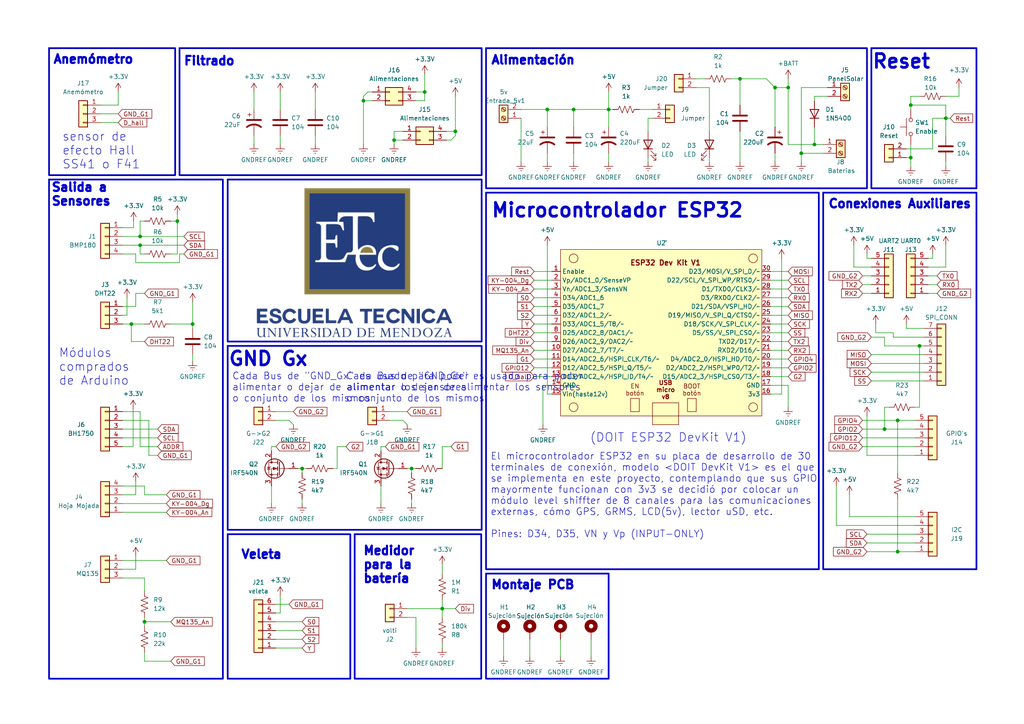
<source format=kicad_sch>
(kicad_sch (version 20231120) (generator "eeschema") (generator_version "8.0")
  (paper "A4")
  (title_block (title "Main Board EME (Estación Meteorológica Estática)") (date "2024-06-17") (rev "2.0") (company "ETec UM (Escuela Técnica de la Universidad de Mendoza).") (comment 1 "Agregado del manejo independiente de alimentaciones, según bloques de sensores.") (comment 2 "Codificador 74HC251 (no el LS ya que ese es TTL) para veleta y ahorrar pines.") (comment 3 "DOIT ESP32 DevKit V1, con regulador AMS1117 3.3 hasta 1A.") (comment 4 "Asegurar huella necesaria para el potenciometro del coomparador para el sensor SS41."))
  (junction (at 232.41 44.45))
  (junction (at 264.16 30.48))
  (junction (at 264.16 45.72))
  (junction (at 256.54 124.46))
  (junction (at 87.63 135.89))
  (junction (at 128.27 176.53))
  (junction (at 266.7 100.33))
  (junction (at 119.38 135.89))
  (junction (at 166.37 31.75))
  (junction (at 132.08 38.1))
  (junction (at 41.91 180.34))
  (junction (at 176.53 31.75))
  (junction (at 38.1 93.98))
  (junction (at 214.63 22.86))
  (junction (at 236.22 41.91))
  (junction (at 55.88 93.98))
  (junction (at 228.6 25.4))
  (junction (at 51.435 64.135))
  (junction (at 123.19 26.67))
  (junction (at 40.64 68.58))
  (junction (at 260.35 121.92))
  (junction (at 105.41 29.21))
  (junction (at 158.75 31.75))
  (junction (at 114.3 40.64))
  (junction (at 40.64 71.12))
  (junction (at 260.35 160.02))
  (junction (at 224.79 25.4))
  (junction (at 274.32 34.29))
  (wire (pts (xy 34.29 26.67) (xy 34.29 30.48)))
  (wire (pts (xy 35.56 127) (xy 45.72 127)))
  (wire (pts (xy 251.46 132.08) (xy 265.43 132.08)))
  (wire (pts (xy 80.01 185.42) (xy 87.63 185.42)))
  (wire (pts (xy 260.35 160.02) (xy 265.43 160.02)))
  (wire (pts (xy 73.66 39.37) (xy 73.66 41.91)))
  (wire (pts (xy 43.18 132.08) (xy 45.72 132.08)))
  (wire (pts (xy 129.54 40.64) (xy 130.81 40.64)))
  (wire (pts (xy 128.27 176.53) (xy 128.27 179.07)))
  (wire (pts (xy 52.07 76.2) (xy 52.07 73.66)))
  (wire (pts (xy 51.435 73.66) (xy 51.435 64.135)))
  (wire (pts (xy 114.3 38.1) (xy 116.84 38.1)))
  (wire (pts (xy 80.01 187.96) (xy 87.63 187.96)))
  (wire (pts (xy 205.74 25.4) (xy 201.93 25.4)))
  (wire (pts (xy 260.35 121.92) (xy 265.43 121.92)))
  (wire (pts (xy 41.91 64.135) (xy 40.64 64.135)))
  (wire (pts (xy 252.73 110.49) (xy 267.97 110.49)))
  (wire (pts (xy 242.57 140.97) (xy 242.57 152.4)))
  (wire (pts (xy 35.56 165.1) (xy 39.37 165.1)))
  (wire (pts (xy 40.64 68.58) (xy 53.34 68.58)))
  (wire (pts (xy 236.22 29.21) (xy 236.22 27.94)))
  (wire (pts (xy 274.32 46.99) (xy 274.32 48.26)))
  (wire (pts (xy 232.41 44.45) (xy 232.41 46.99)))
  (wire (pts (xy 160.02 99.06) (xy 154.94 99.06)))
  (wire (pts (xy 40.64 119.38) (xy 40.64 129.54)))
  (wire (pts (xy 176.53 44.45) (xy 176.53 46.99)))
  (wire (pts (xy 55.88 95.25) (xy 55.88 93.98)))
  (wire (pts (xy 118.11 176.53) (xy 128.27 176.53)))
  (wire (pts (xy 246.38 143.51) (xy 246.38 149.86)))
  (wire (pts (xy 223.52 81.28) (xy 228.6 81.28)))
  (wire (pts (xy 35.56 73.66) (xy 39.37 73.66)))
  (wire (pts (xy 250.19 124.46) (xy 256.54 124.46)))
  (wire (pts (xy 264.16 30.48) (xy 274.32 30.48)))
  (wire (pts (xy 39.37 85.09) (xy 39.37 88.9)))
  (wire (pts (xy 128.27 186.69) (xy 128.27 187.96)))
  (wire (pts (xy 41.91 73.66) (xy 40.64 73.66)))
  (wire (pts (xy 91.44 31.75) (xy 91.44 26.67)))
  (wire (pts (xy 128.27 129.54) (xy 130.81 129.54)))
  (wire (pts (xy 232.41 25.4) (xy 240.03 25.4)))
  (wire (pts (xy 262.89 95.25) (xy 267.97 95.25)))
  (wire (pts (xy 228.6 22.86) (xy 228.6 25.4)))
  (wire (pts (xy 128.27 129.54) (xy 128.27 135.89)))
  (wire (pts (xy 223.52 101.6) (xy 228.6 101.6)))
  (wire (pts (xy 105.41 27.94) (xy 106.68 26.67)))
  (wire (pts (xy 154.94 101.6) (xy 160.02 101.6)))
  (wire (pts (xy 154.94 106.68) (xy 160.02 106.68)))
  (wire (pts (xy 259.08 96.52) (xy 259.08 97.79)))
  (wire (pts (xy 157.48 111.76) (xy 157.48 123.19)))
  (wire (pts (xy 224.79 25.4) (xy 224.79 36.83)))
  (wire (pts (xy 35.56 162.56) (xy 48.26 162.56)))
  (wire (pts (xy 176.53 36.83) (xy 176.53 31.75)))
  (wire (pts (xy 80.01 180.34) (xy 87.63 180.34)))
  (wire (pts (xy 223.52 93.98) (xy 228.6 93.98)))
  (wire (pts (xy 274.32 27.94) (xy 278.13 27.94)))
  (wire (pts (xy 158.75 44.45) (xy 158.75 46.99)))
  (wire (pts (xy 40.64 64.135) (xy 40.64 68.58)))
  (wire (pts (xy 119.38 135.89) (xy 120.65 135.89)))
  (wire (pts (xy 250.19 121.92) (xy 260.35 121.92)))
  (wire (pts (xy 129.54 38.1) (xy 132.08 38.1)))
  (wire (pts (xy 176.53 31.75) (xy 177.8 31.75)))
  (wire (pts (xy 128.27 176.53) (xy 132.08 176.53)))
  (wire (pts (xy 223.52 88.9) (xy 228.6 88.9)))
  (wire (pts (xy 113.03 119.38) (xy 118.11 119.38)))
  (wire (pts (xy 154.94 81.28) (xy 160.02 81.28)))
  (wire (pts (xy 212.09 22.86) (xy 214.63 22.86)))
  (wire (pts (xy 111.76 129.54) (xy 110.49 129.54)))
  (wire (pts (xy 81.28 39.37) (xy 81.28 41.91)))
  (wire (pts (xy 228.6 41.91) (xy 236.22 41.91)))
  (wire (pts (xy 189.23 34.29) (xy 187.96 34.29)))
  (wire (pts (xy 223.52 78.74) (xy 228.6 78.74)))
  (wire (pts (xy 39.37 76.2) (xy 52.07 76.2)))
  (wire (pts (xy 41.91 191.77) (xy 49.53 191.77)))
  (wire (pts (xy 116.84 121.92) (xy 118.11 123.19)))
  (wire (pts (xy 224.79 25.4) (xy 228.6 25.4)))
  (wire (pts (xy 153.67 185.42) (xy 153.67 190.5)))
  (wire (pts (xy 29.21 35.56) (xy 34.29 35.56)))
  (wire (pts (xy 80.01 119.38) (xy 85.09 119.38)))
  (wire (pts (xy 185.42 31.75) (xy 189.23 31.75)))
  (wire (pts (xy 151.13 34.29) (xy 151.13 46.99)))
  (wire (pts (xy 223.52 109.22) (xy 228.6 109.22)))
  (wire (pts (xy 232.41 44.45) (xy 238.76 44.45)))
  (wire (pts (xy 176.53 26.67) (xy 176.53 31.75)))
  (wire (pts (xy 132.08 38.1) (xy 132.08 39.37)))
  (wire (pts (xy 252.73 102.87) (xy 267.97 102.87)))
  (wire (pts (xy 41.91 180.34) (xy 49.53 180.34)))
  (wire (pts (xy 223.52 106.68) (xy 228.6 106.68)))
  (wire (pts (xy 119.38 135.89) (xy 119.38 137.16)))
  (wire (pts (xy 81.28 172.72) (xy 81.28 177.8)))
  (wire (pts (xy 160.02 91.44) (xy 154.94 91.44)))
  (wire (pts (xy 214.63 38.1) (xy 214.63 46.99)))
  (wire (pts (xy 118.11 135.89) (xy 119.38 135.89)))
  (wire (pts (xy 171.45 185.42) (xy 171.45 190.5)))
  (wire (pts (xy 232.41 25.4) (xy 232.41 44.45)))
  (wire (pts (xy 262.89 93.98) (xy 262.89 95.25)))
  (wire (pts (xy 157.48 111.76) (xy 160.02 111.76)))
  (wire (pts (xy 35.56 68.58) (xy 40.64 68.58)))
  (wire (pts (xy 83.82 175.26) (xy 80.01 175.26)))
  (wire (pts (xy 251.46 154.94) (xy 265.43 154.94)))
  (wire (pts (xy 87.63 135.89) (xy 87.63 137.16)))
  (wire (pts (xy 187.96 45.72) (xy 187.96 46.99)))
  (wire (pts (xy 205.74 45.72) (xy 205.74 46.99)))
  (wire (pts (xy 228.6 111.76) (xy 228.6 118.11)))
  (wire (pts (xy 264.16 27.94) (xy 264.16 30.48)))
  (wire (pts (xy 166.37 44.45) (xy 166.37 46.99)))
  (wire (pts (xy 160.02 96.52) (xy 154.94 96.52)))
  (wire (pts (xy 264.16 45.72) (xy 262.89 45.72)))
  (wire (pts (xy 250.19 127) (xy 265.43 127)))
  (wire (pts (xy 226.695 114.3) (xy 223.52 114.3)))
  (wire (pts (xy 271.78 85.09) (xy 269.24 85.09)))
  (wire (pts (xy 274.32 77.47) (xy 269.24 77.47)))
  (wire (pts (xy 35.56 121.92) (xy 43.18 121.92)))
  (wire (pts (xy 35.56 146.05) (xy 48.26 146.05)))
  (wire (pts (xy 34.29 30.48) (xy 29.21 30.48)))
  (wire (pts (xy 265.43 118.11) (xy 266.7 118.11)))
  (wire (pts (xy 38.1 93.98) (xy 41.91 93.98)))
  (wire (pts (xy 176.53 31.75) (xy 166.37 31.75)))
  (wire (pts (xy 158.75 36.83) (xy 158.75 31.75)))
  (wire (pts (xy 91.44 39.37) (xy 91.44 41.91)))
  (wire (pts (xy 40.64 71.12) (xy 53.34 71.12)))
  (wire (pts (xy 223.52 96.52) (xy 228.6 96.52)))
  (wire (pts (xy 120.65 29.21) (xy 123.19 29.21)))
  (wire (pts (xy 278.13 25.4) (xy 278.13 27.94)))
  (wire (pts (xy 52.07 73.66) (xy 53.34 73.66)))
  (wire (pts (xy 41.91 180.34) (xy 41.91 181.61)))
  (wire (pts (xy 40.64 73.66) (xy 40.64 71.12)))
  (wire (pts (xy 246.38 149.86) (xy 265.43 149.86)))
  (wire (pts (xy 35.56 124.46) (xy 45.72 124.46)))
  (wire (pts (xy 39.37 85.09) (xy 41.91 85.09)))
  (wire (pts (xy 201.93 22.86) (xy 204.47 22.86)))
  (wire (pts (xy 80.01 177.8) (xy 81.28 177.8)))
  (wire (pts (xy 223.52 91.44) (xy 228.6 91.44)))
  (wire (pts (xy 41.91 143.51) (xy 48.26 143.51)))
  (wire (pts (xy 78.74 129.54) (xy 78.74 130.81)))
  (wire (pts (xy 49.53 93.98) (xy 55.88 93.98)))
  (wire (pts (xy 132.08 39.37) (xy 130.81 40.64)))
  (wire (pts (xy 114.3 40.64) (xy 116.84 40.64)))
  (wire (pts (xy 228.6 25.4) (xy 228.6 41.91)))
  (wire (pts (xy 266.7 100.33) (xy 266.7 118.11)))
  (wire (pts (xy 260.35 121.92) (xy 260.35 137.16)))
  (wire (pts (xy 41.91 167.64) (xy 41.91 171.45)))
  (wire (pts (xy 43.18 121.92) (xy 43.18 132.08)))
  (wire (pts (xy 80.01 182.88) (xy 87.63 182.88)))
  (wire (pts (xy 250.19 85.09) (xy 252.73 85.09)))
  (wire (pts (xy 154.94 88.9) (xy 160.02 88.9)))
  (wire (pts (xy 251.46 73.66) (xy 251.46 74.93)))
  (wire (pts (xy 154.94 104.14) (xy 160.02 104.14)))
  (wire (pts (xy 38.735 64.135) (xy 38.735 66.04)))
  (wire (pts (xy 223.52 83.82) (xy 228.6 83.82)))
  (wire (pts (xy 154.94 78.74) (xy 160.02 78.74)))
  (wire (pts (xy 260.35 144.78) (xy 260.35 160.02)))
  (wire (pts (xy 105.41 29.21) (xy 105.41 27.94)))
  (wire (pts (xy 35.56 140.97) (xy 41.91 140.97)))
  (wire (pts (xy 35.56 93.98) (xy 38.1 93.98)))
  (wire (pts (xy 97.79 135.89) (xy 96.52 135.89)))
  (wire (pts (xy 270.51 43.18) (xy 270.51 34.29)))
  (wire (pts (xy 247.65 77.47) (xy 252.73 77.47)))
  (wire (pts (xy 274.32 30.48) (xy 274.32 34.29)))
  (wire (pts (xy 256.54 124.46) (xy 265.43 124.46)))
  (wire (pts (xy 105.41 29.21) (xy 105.41 41.91)))
  (wire (pts (xy 35.56 71.12) (xy 40.64 71.12)))
  (wire (pts (xy 250.19 82.55) (xy 252.73 82.55)))
  (wire (pts (xy 55.88 87.63) (xy 55.88 93.98)))
  (wire (pts (xy 123.19 26.67) (xy 123.19 29.21)))
  (wire (pts (xy 274.32 71.12) (xy 274.32 77.47)))
  (wire (pts (xy 35.56 119.38) (xy 40.64 119.38)))
  (wire (pts (xy 35.56 88.9) (xy 39.37 88.9)))
  (wire (pts (xy 264.16 31.75) (xy 264.16 30.48)))
  (wire (pts (xy 123.19 21.59) (xy 123.19 26.67)))
  (wire (pts (xy 41.91 99.06) (xy 38.1 99.06)))
  (wire (pts (xy 154.94 83.82) (xy 160.02 83.82)))
  (wire (pts (xy 110.49 140.97) (xy 110.49 146.05)))
  (wire (pts (xy 97.79 129.54) (xy 97.79 135.89)))
  (wire (pts (xy 35.56 167.64) (xy 41.91 167.64)))
  (wire (pts (xy 214.63 22.86) (xy 222.25 22.86)))
  (wire (pts (xy 187.96 34.29) (xy 187.96 38.1)))
  (wire (pts (xy 262.89 43.18) (xy 270.51 43.18)))
  (wire (pts (xy 49.53 73.66) (xy 51.435 73.66)))
  (wire (pts (xy 270.51 34.29) (xy 274.32 34.29)))
  (wire (pts (xy 36.83 86.36) (xy 36.83 91.44)))
  (wire (pts (xy 83.82 121.92) (xy 85.09 123.19)))
  (wire (pts (xy 223.52 86.36) (xy 228.6 86.36)))
  (wire (pts (xy 38.608 118.618) (xy 38.608 129.54)))
  (wire (pts (xy 132.08 27.94) (xy 132.08 38.1)))
  (wire (pts (xy 205.74 25.4) (xy 205.74 38.1)))
  (wire (pts (xy 80.01 121.92) (xy 83.82 121.92)))
  (wire (pts (xy 114.3 38.1) (xy 114.3 40.64)))
  (wire (pts (xy 154.94 86.36) (xy 160.02 86.36)))
  (wire (pts (xy 223.52 99.06) (xy 228.6 99.06)))
  (wire (pts (xy 86.36 135.89) (xy 87.63 135.89)))
  (wire (pts (xy 120.65 179.07) (xy 120.65 187.96)))
  (wire (pts (xy 162.56 185.42) (xy 162.56 190.5)))
  (wire (pts (xy 228.6 111.76) (xy 223.52 111.76)))
  (wire (pts (xy 256.54 100.33) (xy 266.7 100.33)))
  (wire (pts (xy 251.46 157.48) (xy 265.43 157.48)))
  (wire (pts (xy 252.73 97.79) (xy 256.54 97.79)))
  (wire (pts (xy 166.37 31.75) (xy 166.37 36.83)))
  (wire (pts (xy 271.78 80.01) (xy 269.24 80.01)))
  (wire (pts (xy 160.02 93.98) (xy 154.94 93.98)))
  (wire (pts (xy 270.51 73.66) (xy 270.51 74.93)))
  (wire (pts (xy 158.75 114.3) (xy 160.02 114.3)))
  (wire (pts (xy 271.78 82.55) (xy 269.24 82.55)))
  (wire (pts (xy 236.22 27.94) (xy 240.03 27.94)))
  (wire (pts (xy 100.33 129.54) (xy 97.79 129.54)))
  (wire (pts (xy 35.56 129.54) (xy 38.608 129.54)))
  (wire (pts (xy 151.13 31.75) (xy 158.75 31.75)))
  (wire (pts (xy 114.3 40.64) (xy 114.3 41.91)))
  (wire (pts (xy 256.54 97.79) (xy 256.54 100.33)))
  (wire (pts (xy 226.695 74.93) (xy 226.695 114.3)))
  (wire (pts (xy 35.56 148.59) (xy 48.26 148.59)))
  (wire (pts (xy 264.16 41.91) (xy 264.16 45.72)))
  (wire (pts (xy 266.7 100.33) (xy 267.97 100.33)))
  (wire (pts (xy 39.37 73.66) (xy 39.37 76.2)))
  (wire (pts (xy 41.91 179.07) (xy 41.91 180.34)))
  (wire (pts (xy 105.41 29.21) (xy 107.95 29.21)))
  (wire (pts (xy 118.11 179.07) (xy 120.65 179.07)))
  (wire (pts (xy 41.91 189.23) (xy 41.91 191.77)))
  (wire (pts (xy 78.74 140.97) (xy 78.74 146.05)))
  (wire (pts (xy 38.735 66.04) (xy 35.56 66.04)))
  (wire (pts (xy 128.27 163.83) (xy 128.27 166.37)))
  (wire (pts (xy 39.37 139.7) (xy 39.37 143.51)))
  (wire (pts (xy 55.88 102.87) (xy 55.88 104.775)))
  (wire (pts (xy 250.19 129.54) (xy 265.43 129.54)))
  (wire (pts (xy 257.81 118.11) (xy 256.54 118.11)))
  (wire (pts (xy 254 96.52) (xy 259.08 96.52)))
  (wire (pts (xy 264.16 45.72) (xy 264.16 48.26)))
  (wire (pts (xy 110.49 129.54) (xy 110.49 130.81)))
  (wire (pts (xy 236.22 41.91) (xy 238.76 41.91)))
  (wire (pts (xy 242.57 152.4) (xy 265.43 152.4)))
  (wire (pts (xy 80.01 129.54) (xy 78.74 129.54)))
  (wire (pts (xy 35.56 143.51) (xy 39.37 143.51)))
  (wire (pts (xy 247.65 71.12) (xy 247.65 77.47)))
  (wire (pts (xy 38.1 93.98) (xy 38.1 99.06)))
  (wire (pts (xy 251.46 120.65) (xy 251.46 132.08)))
  (wire (pts (xy 252.73 107.95) (xy 267.97 107.95)))
  (wire (pts (xy 259.08 97.79) (xy 267.97 97.79)))
  (wire (pts (xy 270.51 74.93) (xy 269.24 74.93)))
  (wire (pts (xy 224.79 44.45) (xy 224.79 46.99)))
  (wire (pts (xy 251.46 74.93) (xy 252.73 74.93)))
  (wire (pts (xy 113.03 121.92) (xy 116.84 121.92)))
  (wire (pts (xy 252.73 105.41) (xy 267.97 105.41)))
  (wire (pts (xy 36.83 91.44) (xy 35.56 91.44)))
  (wire (pts (xy 146.05 185.42) (xy 146.05 190.5)))
  (wire (pts (xy 128.27 173.99) (xy 128.27 176.53)))
  (wire (pts (xy 223.52 104.14) (xy 228.6 104.14)))
  (wire (pts (xy 29.21 33.02) (xy 34.29 33.02)))
  (wire (pts (xy 39.37 161.29) (xy 39.37 165.1)))
  (wire (pts (xy 73.66 31.75) (xy 73.66 26.67)))
  (wire (pts (xy 119.38 144.78) (xy 119.38 146.05)))
  (wire (pts (xy 158.75 31.75) (xy 166.37 31.75)))
  (wire (pts (xy 158.75 71.12) (xy 158.75 114.3)))
  (wire (pts (xy 81.28 31.75) (xy 81.28 26.67)))
  (wire (pts (xy 254 93.98) (xy 254 96.52)))
  (wire (pts (xy 274.32 34.29) (xy 275.59 34.29)))
  (wire (pts (xy 256.54 118.11) (xy 256.54 124.46)))
  (wire (pts (xy 266.7 27.94) (xy 264.16 27.94)))
  (wire (pts (xy 214.63 22.86) (xy 214.63 30.48)))
  (wire (pts (xy 154.94 109.22) (xy 160.02 109.22)))
  (wire (pts (xy 41.91 140.97) (xy 41.91 143.51)))
  (wire (pts (xy 87.63 135.89) (xy 88.9 135.89)))
  (wire (pts (xy 40.64 129.54) (xy 45.72 129.54)))
  (wire (pts (xy 49.53 64.135) (xy 51.435 64.135)))
  (wire (pts (xy 236.22 36.83) (xy 236.22 41.91)))
  (wire (pts (xy 120.65 26.67) (xy 123.19 26.67)))
  (wire (pts (xy 87.63 144.78) (xy 87.63 146.05)))
  (wire (pts (xy 250.19 80.01) (xy 252.73 80.01)))
  (wire (pts (xy 51.435 62.23) (xy 51.435 64.135)))
  (wire (pts (xy 251.46 160.02) (xy 260.35 160.02)))
  (wire (pts (xy 106.68 26.67) (xy 107.95 26.67)))
  (wire (pts (xy 222.25 22.86) (xy 224.79 25.4)))
  (wire (pts (xy 274.32 34.29) (xy 274.32 39.37)))
  (rectangle (start 66.04 100.33) (end 139.7 153.67) (stroke (width 0.5)))
  (rectangle (start 14.224 52.07) (end 64.643 196.85) (stroke (width 0.5)))
  (rectangle (start 14.224 13.97) (end 50.8 50.8) (stroke (width 0.5)))
  (rectangle (start 140.97 166.37) (end 176.53 196.85) (stroke (width 0.5)))
  (rectangle (start 238.76 55.88) (end 283.21 165.1) (stroke (width 0.5)))
  (rectangle (start 252.73 13.97) (end 283.21 54.61) (stroke (width 0.5)))
  (rectangle (start 52.07 13.97) (end 139.7 50.8) (stroke (width 0.5)))
  (rectangle (start 140.97 13.97) (end 251.46 54.61) (stroke (width 0.5)))
  (rectangle (start 66.04 52.07) (end 139.7 99.06) (stroke (width 0.5)))
  (rectangle (start 140.97 55.88) (end 237.49 165.1) (stroke (width 0.5)))
  (rectangle (start 66.04 154.94) (end 101.6 196.85) (stroke (width 0.5)))
  (rectangle (start 102.87 154.94) (end 139.573 196.85) (stroke (width 0.5)))
  (image (at 102.87 76.2) (scale 0.373706))
  (text "Cada Bus de \"GND_Gx\" es usado para poder \nalimentar o dejar de alimentar los sensores \no conjunto de los mismos\n" (at 100.33 116.84 0) (effects (font (size 2 2)) (justify left bottom)))
  (text "Salida a\nSensores\n\n" (at 14.732 64.008 0) (effects (font (size 2.5 2.5) (thickness 0.8) (bold yes)) (justify left bottom)))
  (text "GND Gx\n\n" (at 66.04 113.03 0) (effects (font (size 4 4) (thickness 0.8) (bold yes)) (justify left bottom)))
  (text "Anemómetro\n\n" (at 15.24 22.86 0) (effects (font (size 2.5 2.5) (thickness 0.8) (bold yes)) (justify left bottom)))
  (text "Cada Bus de \"GND_Gx\" es usado para poder \nalimentar o dejar de alimentar los sensores \no conjunto de los mismos\n" (at 67.31 116.84 0) (effects (font (size 2 2)) (justify left bottom)))
  (text "sensor de\nefecto Hall\nSS41 o F41\n" (at 18.034 49.276 0) (effects (font (size 2.5 2.5)) (justify left bottom)))
  (text "El microcontrolador ESP32 en su placa de desarrollo de 30\nterminales de conexión, modelo <DOIT DevKit V1> es el que\nse implementa en este proyecto, contemplando que sus GPIO\nmayormente funcionan con 3v3 se decidió por colocar un \nmódulo level shiffter de 8 canales para las comunicaciones\nexternas, cómo GPS, GRMS, LCD(5v), lector uSD, etc.\n\nPines: D34, D35, VN y Vp (INPUT-ONLY)" (at 142.24 156.21 0) (effects (font (size 2 2)) (justify left bottom)))
  (text "Microcontrolador ESP32\n" (at 142.24 63.5 0) (effects (font (size 4 4) (thickness 0.8) (bold yes)) (justify left bottom)))
  (text "Medidor\npara la\nbatería\n" (at 105.156 169.418 0) (effects (font (size 2.5 2.5) (thickness 0.8) (bold yes)) (justify left bottom)))
  (text "Veleta\n" (at 69.723 162.433 0) (effects (font (size 2.5 2.5) (thickness 0.8) (bold yes)) (justify left bottom)))
  (text "Módulos\ncomprados\nde Arduino\n" (at 17.018 112.014 0) (effects (font (size 2.5 2.5)) (justify left bottom)))
  (text "Reset\n" (at 252.73 20.32 0) (effects (font (size 4 4) (thickness 0.8) (bold yes)) (justify left bottom)))
  (text "Alimentación" (at 142.24 19.05 0) (effects (font (size 2.5 2.5) (thickness 0.8) (bold yes)) (justify left bottom)))
  (text "Montaje PCB\n\n" (at 142.24 175.26 0) (effects (font (size 2.5 2.5) (thickness 0.8) (bold yes)) (justify left bottom)))
  (text "Filtrado" (at 53.086 19.304 0) (effects (font (size 2.5 2.5) (thickness 0.8) (bold yes)) (justify left bottom)))
  (text "(DOIT ESP32 DevKit V1)" (at 171.069 128.524 0) (effects (font (size 2.5 2.5)) (justify left bottom)))
  (text "Conexiones Auxiliares\n\n" (at 240.03 64.77 0) (effects (font (size 2.5 2.5) (thickness 0.8) (bold yes)) (justify left bottom)))
  (global_label "SCL" (shape input) (at 45.72 127 0) (property "Intersheetrefs" "${INTERSHEET_REFS}" (effects (hide yes))))
  (global_label "GND_G1" (shape input) (at 45.72 132.08 0) (property "Intersheetrefs" "${INTERSHEET_REFS}" (effects (hide yes))))
  (global_label "SCL" (shape input) (at 53.34 68.58 0) (property "Intersheetrefs" "${INTERSHEET_REFS}" (effects (hide yes))))
  (global_label "MQ135_An" (shape input) (at 154.94 101.6 180) (property "Intersheetrefs" "${INTERSHEET_REFS}" (effects (hide yes))))
  (global_label "Rest" (shape input) (at 275.59 34.29 0) (property "Intersheetrefs" "${INTERSHEET_REFS}" (effects (hide yes))))
  (global_label "SDA" (shape input) (at 228.6 88.9 0) (property "Intersheetrefs" "${INTERSHEET_REFS}" (effects (hide yes))))
  (global_label "Y" (shape input) (at 87.63 187.96 0) (property "Intersheetrefs" "${INTERSHEET_REFS}" (effects (hide yes))))
  (global_label "GND_G1" (shape input) (at 34.29 33.02 0) (property "Intersheetrefs" "${INTERSHEET_REFS}" (effects (hide yes))))
  (global_label "S2" (shape input) (at 87.63 185.42 0) (property "Intersheetrefs" "${INTERSHEET_REFS}" (effects (hide yes))))
  (global_label "GND_G1" (shape input) (at 53.34 73.66 0) (property "Intersheetrefs" "${INTERSHEET_REFS}" (effects (hide yes))))
  (global_label "MISO" (shape input) (at 252.73 102.87 180) (property "Intersheetrefs" "${INTERSHEET_REFS}" (effects (hide yes))))
  (global_label "DHT22" (shape input) (at 41.91 99.06 0) (property "Intersheetrefs" "${INTERSHEET_REFS}" (effects (hide yes))))
  (global_label "SCK" (shape input) (at 252.73 107.95 180) (property "Intersheetrefs" "${INTERSHEET_REFS}" (effects (hide yes))))
  (global_label "MOSI" (shape input) (at 252.73 105.41 180) (property "Intersheetrefs" "${INTERSHEET_REFS}" (effects (hide yes))))
  (global_label "GND_G1" (shape input) (at 48.26 143.51 0) (property "Intersheetrefs" "${INTERSHEET_REFS}" (effects (hide yes))))
  (global_label "SCL" (shape input) (at 228.6 81.28 0) (property "Intersheetrefs" "${INTERSHEET_REFS}" (effects (hide yes))))
  (global_label "RX0" (shape input) (at 271.78 82.55 0) (property "Intersheetrefs" "${INTERSHEET_REFS}" (effects (hide yes))))
  (global_label "D_hall" (shape input) (at 34.29 35.56 0) (property "Intersheetrefs" "${INTERSHEET_REFS}" (effects (hide yes))))
  (global_label "GND_G1" (shape input) (at 41.91 85.09 0) (property "Intersheetrefs" "${INTERSHEET_REFS}" (effects (hide yes))))
  (global_label "SDA" (shape input) (at 45.72 124.46 0) (property "Intersheetrefs" "${INTERSHEET_REFS}" (effects (hide yes))))
  (global_label "G2" (shape input) (at 100.33 129.54 0) (property "Intersheetrefs" "${INTERSHEET_REFS}" (effects (hide yes))))
  (global_label "Y" (shape input) (at 154.94 93.98 180) (property "Intersheetrefs" "${INTERSHEET_REFS}" (effects (hide yes))))
  (global_label "GND_G2" (shape input) (at 80.01 129.54 0) (property "Intersheetrefs" "${INTERSHEET_REFS}" (effects (hide yes))))
  (global_label "D_hall" (shape input) (at 154.94 109.22 180) (property "Intersheetrefs" "${INTERSHEET_REFS}" (effects (hide yes))))
  (global_label "GND_G1" (shape input) (at 49.53 191.77 0) (property "Intersheetrefs" "${INTERSHEET_REFS}" (effects (hide yes))))
  (global_label "G1" (shape input) (at 130.81 129.54 0) (property "Intersheetrefs" "${INTERSHEET_REFS}" (effects (hide yes))))
  (global_label "Div" (shape input) (at 154.94 99.06 180) (property "Intersheetrefs" "${INTERSHEET_REFS}" (effects (hide yes))))
  (global_label "GPIO2" (shape input) (at 228.6 106.68 0) (property "Intersheetrefs" "${INTERSHEET_REFS}" (effects (hide yes))))
  (global_label "GND_G2" (shape input) (at 251.46 160.02 180) (property "Intersheetrefs" "${INTERSHEET_REFS}" (effects (hide yes))))
  (global_label "S1" (shape input) (at 87.63 182.88 0) (property "Intersheetrefs" "${INTERSHEET_REFS}" (effects (hide yes))))
  (global_label "GND_G1" (shape input) (at 83.82 175.26 0) (property "Intersheetrefs" "${INTERSHEET_REFS}" (effects (hide yes))))
  (global_label "RX2" (shape input) (at 228.6 101.6 0) (property "Intersheetrefs" "${INTERSHEET_REFS}" (effects (hide yes))))
  (global_label "MOSI" (shape input) (at 228.6 78.74 0) (property "Intersheetrefs" "${INTERSHEET_REFS}" (effects (hide yes))))
  (global_label "SS" (shape input) (at 252.73 110.49 180) (property "Intersheetrefs" "${INTERSHEET_REFS}" (effects (hide yes))))
  (global_label "RX0" (shape input) (at 228.6 86.36 0) (property "Intersheetrefs" "${INTERSHEET_REFS}" (effects (hide yes))))
  (global_label "Rest" (shape input) (at 154.94 78.74 180) (property "Intersheetrefs" "${INTERSHEET_REFS}" (effects (hide yes))))
  (global_label "GPIO12" (shape input) (at 250.19 127 180) (property "Intersheetrefs" "${INTERSHEET_REFS}" (effects (hide yes))))
  (global_label "G1" (shape input) (at 154.94 104.14 180) (property "Intersheetrefs" "${INTERSHEET_REFS}" (effects (hide yes))))
  (global_label "MQ135_An" (shape input) (at 49.53 180.34 0) (property "Intersheetrefs" "${INTERSHEET_REFS}" (effects (hide yes))))
  (global_label "S0" (shape input) (at 87.63 180.34 0) (property "Intersheetrefs" "${INTERSHEET_REFS}" (effects (hide yes))))
  (global_label "KY-004_An" (shape input) (at 154.94 83.82 180) (property "Intersheetrefs" "${INTERSHEET_REFS}" (effects (hide yes))))
  (global_label "MISO" (shape input) (at 228.6 91.44 0) (property "Intersheetrefs" "${INTERSHEET_REFS}" (effects (hide yes))))
  (global_label "TX2" (shape input) (at 250.19 82.55 180) (property "Intersheetrefs" "${INTERSHEET_REFS}" (effects (hide yes))))
  (global_label "TX0" (shape input) (at 271.78 80.01 0) (property "Intersheetrefs" "${INTERSHEET_REFS}" (effects (hide yes))))
  (global_label "GPIO4" (shape input) (at 228.6 104.14 0) (property "Intersheetrefs" "${INTERSHEET_REFS}" (effects (hide yes))))
  (global_label "GPIO12" (shape input) (at 154.94 106.68 180) (property "Intersheetrefs" "${INTERSHEET_REFS}" (effects (hide yes))))
  (global_label "G2" (shape input) (at 228.6 109.22 0) (property "Intersheetrefs" "${INTERSHEET_REFS}" (effects (hide yes))))
  (global_label "GND_G2" (shape input) (at 252.73 97.79 180) (property "Intersheetrefs" "${INTERSHEET_REFS}" (effects (hide yes))))
  (global_label "GND_G1" (shape input) (at 48.26 162.56 0) (property "Intersheetrefs" "${INTERSHEET_REFS}" (effects (hide yes))))
  (global_label "ADDR" (shape input) (at 45.72 129.54 0) (property "Intersheetrefs" "${INTERSHEET_REFS}" (effects (hide yes))))
  (global_label "GND_G2" (shape input) (at 85.09 119.38 0) (property "Intersheetrefs" "${INTERSHEET_REFS}" (effects (hide yes))))
  (global_label "GPIO4" (shape input) (at 250.19 121.92 180) (property "Intersheetrefs" "${INTERSHEET_REFS}" (effects (hide yes))))
  (global_label "GND_G1" (shape input) (at 111.76 129.54 0) (property "Intersheetrefs" "${INTERSHEET_REFS}" (effects (hide yes))))
  (global_label "GND_G2" (shape input) (at 271.78 85.09 0) (property "Intersheetrefs" "${INTERSHEET_REFS}" (effects (hide yes))))
  (global_label "GPIO2" (shape input) (at 250.19 124.46 180) (property "Intersheetrefs" "${INTERSHEET_REFS}" (effects (hide yes))))
  (global_label "RX2" (shape input) (at 250.19 85.09 180) (property "Intersheetrefs" "${INTERSHEET_REFS}" (effects (hide yes))))
  (global_label "GND_G1" (shape input) (at 118.11 119.38 0) (property "Intersheetrefs" "${INTERSHEET_REFS}" (effects (hide yes))))
  (global_label "SS" (shape input) (at 228.6 96.52 0) (property "Intersheetrefs" "${INTERSHEET_REFS}" (effects (hide yes))))
  (global_label "SDA" (shape input) (at 53.34 71.12 0) (property "Intersheetrefs" "${INTERSHEET_REFS}" (effects (hide yes))))
  (global_label "KY-004_Dg" (shape input) (at 48.26 146.05 0) (property "Intersheetrefs" "${INTERSHEET_REFS}" (effects (hide yes))))
  (global_label "SCL" (shape input) (at 251.46 154.94 180) (property "Intersheetrefs" "${INTERSHEET_REFS}" (effects (hide yes))))
  (global_label "TX0" (shape input) (at 228.6 83.82 0) (property "Intersheetrefs" "${INTERSHEET_REFS}" (effects (hide yes))))
  (global_label "S2" (shape input) (at 154.94 91.44 180) (property "Intersheetrefs" "${INTERSHEET_REFS}" (effects (hide yes))))
  (global_label "TX2" (shape input) (at 228.6 99.06 0) (property "Intersheetrefs" "${INTERSHEET_REFS}" (effects (hide yes))))
  (global_label "GND_G2" (shape input) (at 250.19 80.01 180) (property "Intersheetrefs" "${INTERSHEET_REFS}" (effects (hide yes))))
  (global_label "KY-004_An" (shape input) (at 48.26 148.59 0) (property "Intersheetrefs" "${INTERSHEET_REFS}" (effects (hide yes))))
  (global_label "GND_G2" (shape input) (at 250.19 129.54 180) (property "Intersheetrefs" "${INTERSHEET_REFS}" (effects (hide yes))))
  (global_label "SCK" (shape input) (at 228.6 93.98 0) (property "Intersheetrefs" "${INTERSHEET_REFS}" (effects (hide yes))))
  (global_label "S1" (shape input) (at 154.94 88.9 180) (property "Intersheetrefs" "${INTERSHEET_REFS}" (effects (hide yes))))
  (global_label "S0" (shape input) (at 154.94 86.36 180) (property "Intersheetrefs" "${INTERSHEET_REFS}" (effects (hide yes))))
  (global_label "Div" (shape input) (at 132.08 176.53 0) (property "Intersheetrefs" "${INTERSHEET_REFS}" (effects (hide yes))))
  (global_label "SDA" (shape input) (at 251.46 157.48 180) (property "Intersheetrefs" "${INTERSHEET_REFS}" (effects (hide yes))))
  (global_label "DHT22" (shape input) (at 154.94 96.52 180) (property "Intersheetrefs" "${INTERSHEET_REFS}" (effects (hide yes))))
  (global_label "KY-004_Dg" (shape input) (at 154.94 81.28 180) (property "Intersheetrefs" "${INTERSHEET_REFS}" (effects (hide yes))))
  (symbol (lib_id "Connector_Generic:Conn_01x04") (at 30.48 146.05 180) (unit 1)
    (property "Reference" "J4" (at 22.86 144.145 0))
    (property "Value" "Hoja Mojada" (at 22.86 146.685 0))
    (property "Footprint" "Connector_PinHeader_2.54mm:PinHeader_1x04_P2.54mm_Vertical" (effects (hide yes)))
  )
  (symbol (lib_id "Transistor_FET:IRF540N") (at 113.03 135.89 0) (mirror y) (unit 1)
    (property "Reference" "Q1" (at 106.68 134.62 0) (effects (justify left)))
    (property "Value" "IRF540N" (at 106.68 137.16 0) (effects (justify left)))
    (property "Footprint" "Package_TO_SOT_THT:TO-220-3_Vertical" (effects (hide yes)))
    (property "Datasheet" "http://www.irf.com/product-info/datasheets/data/irf540n.pdf" (effects (hide yes)))
  )
  (symbol (lib_id "Connector_Generic:Conn_01x07") (at 273.05 102.87 0) (mirror x) (unit 1)
    (property "Reference" "J12" (at 273.05 89.535 0))
    (property "Value" "SPI_CONN" (at 273.05 92.075 0))
    (property "Footprint" "Connector_PinHeader_2.54mm:PinHeader_1x07_P2.54mm_Vertical" (effects (hide yes)))
  )
  (symbol (lib_id "power:GNDREF") (at 105.41 41.91 0) (mirror y) (unit 1)
    (property "Reference" "#PWR042" (effects (hide yes)))
    (property "Value" "GNDREF" (at 105.41 46.355 0))
  )
  (symbol (lib_id "power:GNDREF") (at 153.67 190.5 0) (unit 1)
    (property "Reference" "#PWR060" (effects (hide yes)))
    (property "Value" "GNDREF" (at 153.67 194.945 0))
  )
  (symbol (lib_id "power:GNDREF") (at 151.13 46.99 0) (unit 1)
    (property "Reference" "#PWR08" (effects (hide yes)))
    (property "Value" "GNDREF" (at 151.13 51.435 0))
  )
  (symbol (lib_id "power:+5V") (at 176.53 26.67 0) (unit 1)
    (property "Reference" "#PWR03" (effects (hide yes)))
    (property "Value" "+5V" (at 176.53 22.225 0))
  )
  (symbol (lib_id "power:GNDREF") (at 162.56 190.5 0) (unit 1)
    (property "Reference" "#PWR025" (effects (hide yes)))
    (property "Value" "GNDREF" (at 162.56 194.945 0))
  )
  (symbol (lib_id "Device:C") (at 274.32 43.18 0) (unit 1)
    (property "Reference" "C9" (at 277.495 41.91 0) (effects (justify left)))
    (property "Value" "104" (at 277.495 44.45 0) (effects (justify left)))
    (property "Footprint" "Capacitor_THT:C_Disc_D4.3mm_W1.9mm_P5.00mm" (effects (hide yes)))
  )
  (symbol (lib_id "power:GNDREF") (at 110.49 146.05 0) (unit 1)
    (property "Reference" "#PWR064" (effects (hide yes)))
    (property "Value" "GNDREF" (at 110.49 150.495 0))
  )
  (symbol (lib_id "Connector_Generic:Conn_01x05") (at 270.51 154.94 0) (mirror x) (unit 1)
    (property "Reference" "J19" (at 277.495 156.21 0))
    (property "Value" "I2C" (at 277.495 153.67 0))
    (property "Footprint" "Connector_PinHeader_2.54mm:PinHeader_1x05_P2.54mm_Vertical" (effects (hide yes)))
  )
  (symbol (lib_id "power:GNDREF") (at 146.05 190.5 0) (unit 1)
    (property "Reference" "#PWR061" (effects (hide yes)))
    (property "Value" "GNDREF" (at 146.05 194.945 0))
  )
  (symbol (lib_id "power:GNDREF") (at 228.6 118.11 0) (mirror y) (unit 1)
    (property "Reference" "#PWR036" (effects (hide yes)))
    (property "Value" "GNDREF" (at 228.6 122.555 0))
  )
  (symbol (lib_id "power:GNDREF") (at 171.45 190.5 0) (unit 1)
    (property "Reference" "#PWR059" (effects (hide yes)))
    (property "Value" "GNDREF" (at 171.45 194.945 0))
  )
  (symbol (lib_id "Device:R_US") (at 119.38 140.97 180) (unit 1)
    (property "Reference" "R18" (at 121.92 139.7 0) (effects (justify right)))
    (property "Value" "4k7" (at 121.92 142.24 0) (effects (justify right)))
    (property "Footprint" "Resistor_THT:R_Axial_DIN0207_L6.3mm_D2.5mm_P10.16mm_Horizontal" (effects (hide yes)))
  )
  (symbol (lib_id "power:+5V") (at 158.75 71.12 0) (unit 1)
    (property "Reference" "#PWR035" (effects (hide yes)))
    (property "Value" "+5V" (at 158.75 66.675 0))
  )
  (symbol (lib_id "power:+BATT") (at 228.6 22.86 0) (mirror y) (unit 1)
    (property "Reference" "#PWR02" (effects (hide yes)))
    (property "Value" "+BATT" (at 228.6 18.415 0))
  )
  (symbol (lib_id "power:+5V") (at 39.37 161.29 0) (unit 1)
    (property "Reference" "#PWR039" (effects (hide yes)))
    (property "Value" "+5V" (at 39.37 156.845 0))
  )
  (symbol (lib_id "Device:C_Polarized_US") (at 224.79 40.64 0) (mirror y) (unit 1)
    (property "Reference" "C2" (at 221.615 38.735 0) (effects (justify left)))
    (property "Value" "220uF" (at 221.615 41.275 0) (effects (justify left)))
    (property "Footprint" "Capacitor_THT:C_Radial_D8.0mm_H11.5mm_P3.50mm" (effects (hide yes)))
  )
  (symbol (lib_id "power:+3.3V") (at 38.735 64.135 0) (unit 1)
    (property "Reference" "#PWR055" (effects (hide yes)))
    (property "Value" "+3.3V" (at 38.735 59.69 0))
  )
  (symbol (lib_id "Device:C_Polarized_US") (at 73.66 35.56 0) (unit 1)
    (property "Reference" "C6" (at 69.85 33.6549 0) (effects (justify right)))
    (property "Value" "22uF" (at 69.85 36.1949 0) (effects (justify right)))
    (property "Footprint" "Capacitor_THT:C_Radial_D8.0mm_H7.0mm_P3.50mm" (effects (hide yes)))
  )
  (symbol (lib_id "power:GNDREF") (at 55.88 104.775 0) (unit 1)
    (property "Reference" "#PWR032" (effects (hide yes)))
    (property "Value" "GNDREF" (at 55.88 109.22 0))
  )
  (symbol (lib_id "Mechanical:MountingHole_Pad") (at 153.67 182.88 0) (unit 1) (exclude_from_sim yes) (in_bom no)
    (property "Reference" "H2" (at 152.5541 176.0994 0) (effects (justify left)))
    (property "Value" "Sujeción" (at 149.7601 178.6394 0) (effects (justify left)))
    (property "Footprint" "MountingHole:MountingHole_3.5mm_Pad" (effects (hide yes)))
    (property "Description" "Mounting Hole with connection" (effects (hide yes)))
  )
  (symbol (lib_id "Device:C_Polarized_US") (at 176.53 40.64 0) (unit 1)
    (property "Reference" "C4" (at 179.705 38.735 0) (effects (justify left)))
    (property "Value" "220uF" (at 179.705 41.275 0) (effects (justify left)))
    (property "Footprint" "Capacitor_THT:C_Radial_D8.0mm_H11.5mm_P3.50mm" (effects (hide yes)))
  )
  (symbol (lib_id "power:GNDREF") (at 214.63 46.99 0) (unit 1)
    (property "Reference" "#PWR017" (effects (hide yes)))
    (property "Value" "GNDREF" (at 214.63 51.435 0))
  )
  (symbol (lib_id "power:GNDREF") (at 176.53 46.99 0) (unit 1)
    (property "Reference" "#PWR07" (effects (hide yes)))
    (property "Value" "GNDREF" (at 176.53 51.435 0))
  )
  (symbol (lib_id "Connector_Generic:Conn_01x03") (at 30.48 91.44 0) (mirror y) (unit 1)
    (property "Reference" "J3" (at 30.48 82.55 0))
    (property "Value" "DHT22" (at 30.48 85.09 0))
    (property "Footprint" "Connector_PinHeader_2.54mm:PinHeader_1x03_P2.54mm_Vertical" (effects (hide yes)))
  )
  (symbol (lib_id "power:+3.3V") (at 274.32 71.12 0) (mirror y) (unit 1)
    (property "Reference" "#PWR014" (effects (hide yes)))
    (property "Value" "+3.3V" (at 274.32 66.675 0))
  )
  (symbol (lib_id "power:+3.3V") (at 247.65 71.12 0) (unit 1)
    (property "Reference" "#PWR011" (effects (hide yes)))
    (property "Value" "+3.3V" (at 247.65 66.675 0))
  )
  (symbol (lib_id "power:+3.3V") (at 34.29 26.67 0) (unit 1)
    (property "Reference" "#PWR027" (effects (hide yes)))
    (property "Value" "+3.3V" (at 34.29 22.225 0))
  )
  (symbol (lib_id "Connector:Screw_Terminal_01x02") (at 245.11 25.4 0) (unit 1)
    (property "Reference" "J5" (at 243.84 20.32 0) (effects (justify left)))
    (property "Value" "PanelSolar" (at 240.03 22.86 0) (effects (justify left)))
    (property "Footprint" "TerminalBlock_Phoenix:TerminalBlock_Phoenix_PT-1,5-2-5.0-H_1x02_P5.00mm_Horizontal" (effects (hide yes)))
  )
  (symbol (lib_id "power:+3.3V") (at 81.28 172.72 0) (unit 1)
    (property "Reference" "#PWR04" (effects (hide yes)))
    (property "Value" "+3.3V" (at 81.28 168.275 0))
  )
  (symbol (lib_id "power:+3.3V") (at 251.46 120.65 0) (unit 1)
    (property "Reference" "#PWR066" (effects (hide yes)))
    (property "Value" "+3.3V" (at 251.46 116.205 0))
  )
  (symbol (lib_id "power:+5V") (at 251.46 73.66 0) (unit 1)
    (property "Reference" "#PWR013" (effects (hide yes)))
    (property "Value" "+5V" (at 251.46 69.215 0))
  )
  (symbol (lib_id "Device:C") (at 91.44 35.56 0) (unit 1)
    (property "Reference" "C10" (at 94.615 34.29 0) (effects (justify left)))
    (property "Value" "104" (at 94.615 36.83 0) (effects (justify left)))
    (property "Footprint" "Capacitor_THT:C_Disc_D7.0mm_W2.5mm_P5.00mm" (effects (hide yes)))
  )
  (symbol (lib_id "Device:LED") (at 187.96 41.91 90) (unit 1)
    (property "Reference" "D2" (at 191.77 42.2275 90) (effects (justify right)))
    (property "Value" "LED" (at 191.77 44.7675 90) (effects (justify right)))
    (property "Footprint" "LED_THT:LED_D5.0mm_Clear" (effects (hide yes)))
  )
  (symbol (lib_id "Mechanical:MountingHole_Pad") (at 171.45 182.88 0) (unit 1) (exclude_from_sim yes) (in_bom no)
    (property "Reference" "H4" (at 170.3341 176.0994 0) (effects (justify left)))
    (property "Value" "Sujeción" (at 166.878 178.562 0) (effects (justify left)))
    (property "Footprint" "MountingHole:MountingHole_3.5mm_Pad" (effects (hide yes)))
    (property "Description" "Mounting Hole with connection" (effects (hide yes)))
  )
  (symbol (lib_id "Connector_Generic:Conn_01x06") (at 74.93 182.88 180) (unit 1)
    (property "Reference" "J21" (at 74.93 168.91 0))
    (property "Value" "veleta" (at 74.93 171.45 0))
    (property "Footprint" "Connector_PinHeader_2.54mm:PinHeader_1x06_P2.54mm_Vertical" (effects (hide yes)))
    (property "Description" "Generic connector, single row, 01x06, script generated (kicad-library-utils/schlib/autogen/connector/)" (effects (hide yes)))
  )
  (symbol (lib_id "Device:R_US") (at 261.62 118.11 270) (unit 1)
    (property "Reference" "R23" (at 261.62 111.76 90))
    (property "Value" "4k7" (at 261.62 114.3 90))
    (property "Footprint" "Resistor_THT:R_Axial_DIN0207_L6.3mm_D2.5mm_P10.16mm_Horizontal" (effects (hide yes)))
  )
  (symbol (lib_id "power:GNDREF") (at 118.11 123.19 0) (unit 1)
    (property "Reference" "#PWR048" (effects (hide yes)))
    (property "Value" "GNDREF" (at 118.11 127.635 0))
  )
  (symbol (lib_id "Device:R_US") (at 41.91 175.26 180) (unit 1)
    (property "Reference" "R9" (at 44.45 173.9899 0) (effects (justify right)))
    (property "Value" "12k" (at 44.45 176.5299 0) (effects (justify right)))
    (property "Footprint" "Resistor_THT:R_Axial_DIN0207_L6.3mm_D2.5mm_P10.16mm_Horizontal" (effects (hide yes)))
  )
  (symbol (lib_id "power:+3.3V") (at 81.28 26.67 0) (unit 1)
    (property "Reference" "#PWR029" (effects (hide yes)))
    (property "Value" "+3.3V" (at 81.28 22.225 0))
  )
  (symbol (lib_id "power:GNDREF") (at 120.65 187.96 0) (unit 1)
    (property "Reference" "#PWR010" (effects (hide yes)))
    (property "Value" "GNDREF" (at 120.65 192.405 0))
  )
  (symbol (lib_id "power:+3.3V") (at 91.44 26.67 0) (unit 1)
    (property "Reference" "#PWR037" (effects (hide yes)))
    (property "Value" "+3.3V" (at 91.44 22.225 0))
  )
  (symbol (lib_id "power:GNDREF") (at 157.48 123.19 0) (unit 1)
    (property "Reference" "#PWR034" (effects (hide yes)))
    (property "Value" "GNDREF" (at 157.48 127.635 0))
  )
  (symbol (lib_id "power:GNDREF") (at 166.37 46.99 0) (unit 1)
    (property "Reference" "#PWR06" (effects (hide yes)))
    (property "Value" "GNDREF" (at 166.37 51.435 0))
  )
  (symbol (lib_id "power:GNDREF") (at 87.63 146.05 0) (unit 1)
    (property "Reference" "#PWR068" (effects (hide yes)))
    (property "Value" "GNDREF" (at 87.63 150.495 0))
  )
  (symbol (lib_id "Connector_Generic:Conn_01x04") (at 30.48 68.58 0) (mirror y) (unit 1)
    (property "Reference" "J1" (at 27.94 68.58 0) (effects (justify left)))
    (property "Value" "BMP180" (at 27.94 71.12 0) (effects (justify left)))
    (property "Footprint" "Connector_PinHeader_2.54mm:PinHeader_1x04_P2.54mm_Vertical" (effects (hide yes)))
  )
  (symbol (lib_id "power:+3.3V") (at 73.66 26.67 0) (unit 1)
    (property "Reference" "#PWR028" (effects (hide yes)))
    (property "Value" "+3.3V" (at 73.66 22.225 0))
  )
  (symbol (lib_id "Connector_Generic:Conn_01x05") (at 257.81 80.01 0) (mirror x) (unit 1)
    (property "Reference" "J11" (at 257.81 72.39 0))
    (property "Value" "UART2" (at 257.81 69.85 0))
    (property "Footprint" "Connector_PinHeader_2.54mm:PinHeader_1x05_P2.54mm_Vertical" (effects (hide yes)))
  )
  (symbol (lib_id "EME:ESP32_DevKit_V1") (at 193.04 69.85 0) (unit 1)
    (property "Reference" "U2" (at 191.77 70.485 0))
    (property "Value" "~" (at 193.04 69.85 0))
    (property "Footprint" "Librerias:ESP32-DevKit_V1" (effects (hide yes)))
  )
  (symbol (lib_id "power:GNDREF") (at 81.28 41.91 0) (mirror y) (unit 1)
    (property "Reference" "#PWR030" (effects (hide yes)))
    (property "Value" "GNDREF" (at 81.28 46.355 0))
  )
  (symbol (lib_id "Device:R_US") (at 181.61 31.75 90) (unit 1)
    (property "Reference" "R3" (at 181.61 25.4 90))
    (property "Value" "1k" (at 181.61 27.94 90))
    (property "Footprint" "Resistor_THT:R_Axial_DIN0207_L6.3mm_D2.5mm_P10.16mm_Horizontal" (effects (hide yes)))
  )
  (symbol (lib_id "power:+3.3V") (at 55.88 87.63 0) (unit 1)
    (property "Reference" "#PWR033" (effects (hide yes)))
    (property "Value" "+3.3V" (at 55.88 83.185 0))
  )
  (symbol (lib_id "Device:C") (at 166.37 40.64 0) (unit 1)
    (property "Reference" "C3" (at 169.545 39.37 0) (effects (justify left)))
    (property "Value" "104" (at 169.545 41.91 0) (effects (justify left)))
    (property "Footprint" "Capacitor_THT:C_Disc_D7.0mm_W2.5mm_P5.00mm" (effects (hide yes)))
  )
  (symbol (lib_id "power:+3.3V") (at 123.19 21.59 0) (unit 1)
    (property "Reference" "#PWR043" (effects (hide yes)))
    (property "Value" "+3.3V" (at 123.19 17.145 0))
  )
  (symbol (lib_id "Device:R_US") (at 45.72 64.135 90) (unit 1)
    (property "Reference" "R5" (at 45.72 57.785 90))
    (property "Value" "10k" (at 45.72 60.325 90))
    (property "Footprint" "Resistor_THT:R_Axial_DIN0207_L6.3mm_D2.5mm_P10.16mm_Horizontal" (effects (hide yes)))
  )
  (symbol (lib_id "Device:R_US") (at 92.71 135.89 90) (unit 1)
    (property "Reference" "R20" (at 92.71 129.54 90))
    (property "Value" "1k" (at 92.71 132.08 90))
    (property "Footprint" "Resistor_THT:R_Axial_DIN0207_L6.3mm_D2.5mm_P10.16mm_Horizontal" (effects (hide yes)))
  )
  (symbol (lib_id "Connector_Generic:Conn_01x02") (at 257.81 45.72 180) (unit 1)
    (property "Reference" "J10" (at 257.81 36.83 0))
    (property "Value" "Reset" (at 257.81 39.37 0))
    (property "Footprint" "Connector_PinHeader_2.54mm:PinHeader_1x02_P2.54mm_Vertical" (effects (hide yes)))
  )
  (symbol (lib_id "Device:C") (at 214.63 34.29 0) (mirror y) (unit 1)
    (property "Reference" "C1" (at 211.455 33.02 0) (effects (justify left)))
    (property "Value" "104" (at 211.455 35.56 0) (effects (justify left)))
    (property "Footprint" "Capacitor_THT:C_Disc_D7.0mm_W2.5mm_P5.00mm" (effects (hide yes)))
  )
  (symbol (lib_id "Device:R_US") (at 87.63 140.97 180) (unit 1)
    (property "Reference" "R19" (at 90.17 139.7 0) (effects (justify right)))
    (property "Value" "4k7" (at 90.17 142.24 0) (effects (justify right)))
    (property "Footprint" "Resistor_THT:R_Axial_DIN0207_L6.3mm_D2.5mm_P10.16mm_Horizontal" (effects (hide yes)))
  )
  (symbol (lib_id "Device:R_US") (at 45.72 93.98 90) (unit 1)
    (property "Reference" "R7" (at 45.72 87.63 90))
    (property "Value" "5k1" (at 45.72 90.17 90))
    (property "Footprint" "Resistor_THT:R_Axial_DIN0207_L6.3mm_D2.5mm_P10.16mm_Horizontal" (effects (hide yes)))
  )
  (symbol (lib_id "power:+5V") (at 270.51 73.66 0) (mirror y) (unit 1)
    (property "Reference" "#PWR015" (effects (hide yes)))
    (property "Value" "+5V" (at 270.51 69.215 0))
  )
  (symbol (lib_id "Connector_Generic:Conn_01x02") (at 113.03 176.53 0) (mirror y) (unit 1)
    (property "Reference" "J2" (at 113.03 185.42 0))
    (property "Value" "volti" (at 113.03 182.88 0))
    (property "Footprint" "Connector_PinHeader_2.54mm:PinHeader_1x02_P2.54mm_Vertical" (effects (hide yes)))
  )
  (symbol (lib_id "power:GNDREF") (at 114.3 41.91 0) (mirror y) (unit 1)
    (property "Reference" "#PWR045" (effects (hide yes)))
    (property "Value" "GNDREF" (at 114.3 46.355 0))
  )
  (symbol (lib_id "power:GNDREF") (at 158.75 46.99 0) (mirror y) (unit 1)
    (property "Reference" "#PWR024" (effects (hide yes)))
    (property "Value" "GNDREF" (at 158.75 51.435 0))
  )
  (symbol (lib_id "Connector:Screw_Terminal_01x02") (at 243.84 41.91 0) (unit 1)
    (property "Reference" "J8" (at 242.57 46.99 0) (effects (justify left)))
    (property "Value" "Baterias" (at 240.03 49.53 0) (effects (justify left)))
    (property "Footprint" "TerminalBlock_Phoenix:TerminalBlock_Phoenix_PT-1,5-2-5.0-H_1x02_P5.00mm_Horizontal" (effects (hide yes)))
  )
  (symbol (lib_id "power:GNDREF") (at 274.32 48.26 0) (unit 1)
    (property "Reference" "#PWR056" (effects (hide yes)))
    (property "Value" "GNDREF" (at 274.32 52.705 0))
  )
  (symbol (lib_id "Transistor_FET:IRF540N") (at 81.28 135.89 0) (mirror y) (unit 1)
    (property "Reference" "Q2" (at 74.93 134.62 0) (effects (justify left)))
    (property "Value" "IRF540N" (at 74.93 137.16 0) (effects (justify left)))
    (property "Footprint" "Package_TO_SOT_THT:TO-220-3_Vertical" (effects (hide yes)))
    (property "Datasheet" "http://www.irf.com/product-info/datasheets/data/irf540n.pdf" (effects (hide yes)))
  )
  (symbol (lib_id "Connector_Generic:Conn_01x02") (at 196.85 22.86 0) (mirror y) (unit 1)
    (property "Reference" "J20" (at 193.675 22.86 0) (effects (justify left)))
    (property "Value" "Jumper" (at 193.675 25.4 0) (effects (justify left)))
    (property "Footprint" "Connector_PinHeader_2.54mm:PinHeader_1x02_P2.54mm_Vertical" (effects (hide yes)))
  )
  (symbol (lib_id "power:GNDREF") (at 128.27 187.96 0) (unit 1)
    (property "Reference" "#PWR09" (effects (hide yes)))
    (property "Value" "GNDREF" (at 128.27 192.405 0))
  )
  (symbol (lib_id "Device:R_US") (at 128.27 182.88 0) (mirror y) (unit 1)
    (property "Reference" "R8" (at 130.81 184.15 0) (effects (justify right)))
    (property "Value" "180k" (at 130.81 181.61 0) (effects (justify right)))
    (property "Footprint" "Resistor_THT:R_Axial_DIN0207_L6.3mm_D2.5mm_P10.16mm_Horizontal" (effects (hide yes)))
  )
  (symbol (lib_id "power:+3.3V") (at 226.695 74.93 0) (unit 1)
    (property "Reference" "#PWR044" (effects (hide yes)))
    (property "Value" "+3.3V" (at 226.695 70.485 0))
  )
  (symbol (lib_id "power:GNDREF") (at 187.96 46.99 0) (unit 1)
    (property "Reference" "#PWR012" (effects (hide yes)))
    (property "Value" "GNDREF" (at 187.96 51.435 0))
  )
  (symbol (lib_id "Connector_Generic:Conn_02x02_Counter_Clockwise") (at 121.92 38.1 0) (unit 1)
    (property "Reference" "J15" (at 123.19 31.75 0))
    (property "Value" "Alimentaciones" (at 123.19 34.29 0))
    (property "Footprint" "Connector_PinHeader_2.54mm:PinHeader_2x02_P2.54mm_Vertical" (effects (hide yes)))
    (property "Description" "Generic connector, double row, 02x02, counter clockwise pin numbering scheme (similar to DIP package numbering), script generated (kicad-library-utils/schlib/autogen/connector/)" (effects (hide yes)))
  )
  (symbol (lib_id "Device:R_US") (at 41.91 185.42 180) (unit 1)
    (property "Reference" "R10" (at 44.45 184.1499 0) (effects (justify right)))
    (property "Value" "22k" (at 44.45 186.6899 0) (effects (justify right)))
    (property "Footprint" "Resistor_THT:R_Axial_DIN0207_L6.3mm_D2.5mm_P10.16mm_Horizontal" (effects (hide yes)))
  )
  (symbol (lib_id "power:+3.3V") (at 128.27 163.83 0) (unit 1)
    (property "Reference" "#PWR05" (effects (hide yes)))
    (property "Value" "+3.3V" (at 128.27 159.385 0))
  )
  (symbol (lib_id "power:GNDREF") (at 205.74 46.99 0) (mirror y) (unit 1)
    (property "Reference" "#PWR023" (effects (hide yes)))
    (property "Value" "GNDREF" (at 205.74 51.435 0))
  )
  (symbol (lib_id "power:+3.3V") (at 242.57 140.97 0) (unit 1)
    (property "Reference" "#PWR016" (effects (hide yes)))
    (property "Value" "+3.3V" (at 242.57 136.525 0))
  )
  (symbol (lib_id "power:+3.3V") (at 254 93.98 0) (unit 1)
    (property "Reference" "#PWR049" (effects (hide yes)))
    (property "Value" "+3.3V" (at 254 89.535 0))
  )
  (symbol (lib_id "power:+3.3V") (at 278.13 25.4 0) (unit 1)
    (property "Reference" "#PWR053" (effects (hide yes)))
    (property "Value" "+3.3V" (at 278.13 20.32 0))
  )
  (symbol (lib_id "power:+3.3V") (at 51.435 62.23 0) (unit 1)
    (property "Reference" "#PWR031" (effects (hide yes)))
    (property "Value" "+3.3V" (at 51.435 57.785 0))
  )
  (symbol (lib_id "Connector_Generic:Conn_01x03") (at 24.13 33.02 0) (mirror y) (unit 1)
    (property "Reference" "J17" (at 24.13 24.13 0))
    (property "Value" "Anemómetro" (at 24.13 26.67 0))
    (property "Footprint" "Connector_PinHeader_2.54mm:PinHeader_1x03_P2.54mm_Vertical" (effects (hide yes)))
  )
  (symbol (lib_id "Connector:Screw_Terminal_01x02") (at 146.05 34.29 180) (unit 1)
    (property "Reference" "Entrada_5v1" (at 152.4 29.21 0) (effects (justify left)))
    (property "Value" "5v" (at 147.32 26.67 0) (effects (justify left)))
    (property "Footprint" "TerminalBlock_Phoenix:TerminalBlock_Phoenix_PT-1,5-2-5.0-H_1x02_P5.00mm_Horizontal" (effects (hide yes)))
  )
  (symbol (lib_id "power:+3.3V") (at 38.608 118.618 0) (unit 1)
    (property "Reference" "#PWR054" (effects (hide yes)))
    (property "Value" "+3.3V" (at 38.608 114.173 0))
  )
  (symbol (lib_id "Mechanical:MountingHole_Pad") (at 162.56 182.88 0) (unit 1) (exclude_from_sim yes) (in_bom no)
    (property "Reference" "H3" (at 161.4441 176.0994 0) (effects (justify left)))
    (property "Value" "Sujeción" (at 157.988 178.562 0) (effects (justify left)))
    (property "Footprint" "MountingHole:MountingHole_3.5mm_Pad" (effects (hide yes)))
    (property "Description" "Mounting Hole with connection" (effects (hide yes)))
  )
  (symbol (lib_id "power:+3.3V") (at 36.83 86.36 0) (unit 1)
    (property "Reference" "#PWR020" (effects (hide yes)))
    (property "Value" "+3.3V" (at 36.83 81.915 0))
  )
  (symbol (lib_id "Connector_Generic:Conn_02x02_Counter_Clockwise") (at 113.03 26.67 0) (unit 1)
    (property "Reference" "J16" (at 114.3 20.32 0))
    (property "Value" "Alimentaciones" (at 114.3 22.86 0))
    (property "Footprint" "Connector_PinHeader_2.54mm:PinHeader_2x02_P2.54mm_Vertical" (effects (hide yes)))
    (property "Description" "Generic connector, double row, 02x02, counter clockwise pin numbering scheme (similar to DIP package numbering), script generated (kicad-library-utils/schlib/autogen/connector/)" (effects (hide yes)))
  )
  (symbol (lib_id "power:GNDREF") (at 264.16 48.26 0) (unit 1)
    (property "Reference" "#PWR057" (effects (hide yes)))
    (property "Value" "GNDREF" (at 264.16 52.705 0))
  )
  (symbol (lib_id "Device:R_US") (at 270.51 27.94 90) (unit 1)
    (property "Reference" "R16" (at 271.78 22.86 90) (effects (justify left)))
    (property "Value" "10k" (at 271.78 25.4 90) (effects (justify left)))
    (property "Footprint" "Resistor_THT:R_Axial_DIN0207_L6.3mm_D2.5mm_P10.16mm_Horizontal" (effects (hide yes)))
  )
  (symbol (lib_id "Connector_Generic:Conn_01x02") (at 107.95 119.38 0) (mirror y) (unit 1)
    (property "Reference" "J18" (at 107.95 128.27 0))
    (property "Value" "G->G1" (at 107.95 125.73 0))
    (property "Footprint" "Connector_PinHeader_2.54mm:PinHeader_1x02_P2.54mm_Vertical" (effects (hide yes)))
  )
  (symbol (lib_id "Mechanical:MountingHole_Pad") (at 146.05 182.88 0) (unit 1) (exclude_from_sim yes) (in_bom no)
    (property "Reference" "H1" (at 144.9341 176.0994 0) (effects (justify left)))
    (property "Value" "Sujeción" (at 141.478 178.562 0) (effects (justify left)))
    (property "Footprint" "MountingHole:MountingHole_3.5mm_Pad" (effects (hide yes)))
    (property "Description" "Mounting Hole with connection" (effects (hide yes)))
  )
  (symbol (lib_id "Device:C") (at 81.28 35.56 0) (unit 1)
    (property "Reference" "C7" (at 84.455 34.29 0) (effects (justify left)))
    (property "Value" "104" (at 84.455 36.83 0) (effects (justify left)))
    (property "Footprint" "Capacitor_THT:C_Disc_D7.0mm_W2.5mm_P5.00mm" (effects (hide yes)))
  )
  (symbol (lib_id "power:GNDREF") (at 73.66 41.91 0) (mirror y) (unit 1)
    (property "Reference" "#PWR026" (effects (hide yes)))
    (property "Value" "GNDREF" (at 73.66 46.355 0))
  )
  (symbol (lib_id "Switch:SW_Push") (at 264.16 36.83 90) (unit 1)
    (property "Reference" "SW1" (at 265.43 35.56 90) (effects (justify right)))
    (property "Value" "Enable" (at 265.43 38.1 90) (effects (justify right)))
    (property "Footprint" "Button_Switch_THT:SW_PUSH_6mm_H8mm" (effects (hide yes)))
  )
  (symbol (lib_id "Connector_Generic:Conn_01x03") (at 30.48 165.1 0) (mirror y) (unit 1)
    (property "Reference" "J7" (at 25.4 163.83 0))
    (property "Value" "MQ135" (at 25.4 166.37 0))
    (property "Footprint" "Connector_PinHeader_2.54mm:PinHeader_1x03_P2.54mm_Vertical" (effects (hide yes)))
  )
  (symbol (lib_id "Device:R_US") (at 45.72 73.66 90) (unit 1)
    (property "Reference" "R6" (at 45.72 67.31 90))
    (property "Value" "10k" (at 45.72 69.85 90))
    (property "Footprint" "Resistor_THT:R_Axial_DIN0207_L6.3mm_D2.5mm_P10.16mm_Horizontal" (effects (hide yes)))
  )
  (symbol (lib_id "power:+5V") (at 132.08 27.94 0) (unit 1)
    (property "Reference" "#PWR046" (effects (hide yes)))
    (property "Value" "+5V" (at 132.08 23.495 0))
  )
  (symbol (lib_id "Connector_Generic:Conn_01x05") (at 264.16 80.01 180) (unit 1)
    (property "Reference" "J13" (at 264.16 72.39 0))
    (property "Value" "UART0" (at 264.16 69.85 0))
    (property "Footprint" "Connector_PinHeader_2.54mm:PinHeader_1x05_P2.54mm_Vertical" (effects (hide yes)))
  )
  (symbol (lib_id "power:GNDREF") (at 224.79 46.99 0) (unit 1)
    (property "Reference" "#PWR018" (effects (hide yes)))
    (property "Value" "GNDREF" (at 224.79 51.435 0))
  )
  (symbol (lib_id "power:GNDREF") (at 119.38 146.05 0) (unit 1)
    (property "Reference" "#PWR065" (effects (hide yes)))
    (property "Value" "GNDREF" (at 119.38 150.495 0))
  )
  (symbol (lib_id "power:+5V") (at 262.89 93.98 0) (unit 1)
    (property "Reference" "#PWR022" (effects (hide yes)))
    (property "Value" "+5V" (at 262.89 89.535 0))
  )
  (symbol (lib_id "Device:LED") (at 205.74 41.91 270) (mirror x) (unit 1)
    (property "Reference" "D3" (at 201.93 42.2275 90) (effects (justify right)))
    (property "Value" "LED" (at 201.93 44.7675 90) (effects (justify right)))
    (property "Footprint" "LED_THT:LED_D5.0mm_Clear" (effects (hide yes)))
  )
  (symbol (lib_id "Device:C") (at 55.88 99.06 0) (unit 1)
    (property "Reference" "C8" (at 59.055 97.79 0) (effects (justify left)))
    (property "Value" "104" (at 59.055 100.33 0) (effects (justify left)))
    (property "Footprint" "Capacitor_THT:C_Disc_D7.5mm_W4.4mm_P5.00mm" (effects (hide yes)))
  )
  (symbol (lib_id "Diode:1N5400") (at 236.22 33.02 90) (unit 1)
    (property "Reference" "D1" (at 239.395 31.75 90) (effects (justify right)))
    (property "Value" "1N5400" (at 239.395 34.29 90) (effects (justify right)))
    (property "Footprint" "Diode_THT:D_DO-201AD_P15.24mm_Horizontal" (effects (hide yes)))
    (property "Datasheet" "http://www.vishay.com/docs/88516/1n5400.pdf" (effects (hide yes)))
    (property "Sim.Device" "D" (effects (hide yes)))
    (property "Sim.Pins" "1=K 2=A" (effects (hide yes)))
  )
  (symbol (lib_id "power:GNDREF") (at 232.41 46.99 0) (mirror y) (unit 1)
    (property "Reference" "#PWR01" (effects (hide yes)))
    (property "Value" "GNDREF" (at 232.41 51.435 0))
  )
  (symbol (lib_id "power:+5V") (at 246.38 143.51 0) (unit 1)
    (property "Reference" "#PWR019" (effects (hide yes)))
    (property "Value" "+5V" (at 246.38 139.065 0))
  )
  (symbol (lib_id "power:GNDREF") (at 78.74 146.05 0) (unit 1)
    (property "Reference" "#PWR067" (effects (hide yes)))
    (property "Value" "GNDREF" (at 78.74 150.495 0))
  )
  (symbol (lib_id "Device:R_US") (at 124.46 135.89 90) (unit 1)
    (property "Reference" "R17" (at 124.46 129.54 90))
    (property "Value" "1k" (at 124.46 132.08 90))
    (property "Footprint" "Resistor_THT:R_Axial_DIN0207_L6.3mm_D2.5mm_P10.16mm_Horizontal" (effects (hide yes)))
  )
  (symbol (lib_id "power:+3.3V") (at 39.37 139.7 0) (unit 1)
    (property "Reference" "#PWR021" (effects (hide yes)))
    (property "Value" "+3.3V" (at 39.37 135.255 0))
  )
  (symbol (lib_id "Device:C_Polarized_US") (at 158.75 40.64 0) (unit 1)
    (property "Reference" "C5" (at 154.94 38.7349 0) (effects (justify right)))
    (property "Value" "22uF" (at 154.94 41.2749 0) (effects (justify right)))
    (property "Footprint" "Capacitor_THT:C_Radial_D8.0mm_H7.0mm_P3.50mm" (effects (hide yes)))
  )
  (symbol (lib_id "power:GNDREF") (at 91.44 41.91 0) (mirror y) (unit 1)
    (property "Reference" "#PWR038" (effects (hide yes)))
    (property "Value" "GNDREF" (at 91.44 46.355 0))
  )
  (symbol (lib_id "Device:R_US") (at 260.35 140.97 180) (unit 1)
    (property "Reference" "R22" (at 262.89 139.7 0) (effects (justify right)))
    (property "Value" "4k7" (at 262.89 142.24 0) (effects (justify right)))
    (property "Footprint" "Resistor_THT:R_Axial_DIN0207_L6.3mm_D2.5mm_P10.16mm_Horizontal" (effects (hide yes)))
  )
  (symbol (lib_id "Device:R_US") (at 128.27 170.18 0) (mirror y) (unit 1)
    (property "Reference" "R1" (at 130.81 171.45 0) (effects (justify right)))
    (property "Value" "1M" (at 130.81 168.91 0) (effects (justify right)))
    (property "Footprint" "Resistor_THT:R_Axial_DIN0207_L6.3mm_D2.5mm_P10.16mm_Horizontal" (effects (hide yes)))
  )
  (symbol (lib_id "Device:R_US") (at 208.28 22.86 90) (unit 1)
    (property "Reference" "R2" (at 208.28 16.51 90))
    (property "Value" "1k" (at 208.28 19.05 90))
    (property "Footprint" "Resistor_THT:R_Axial_DIN0207_L6.3mm_D2.5mm_P10.16mm_Horizontal" (effects (hide yes)))
  )
  (symbol (lib_id "Connector_Generic:Conn_01x05") (at 30.48 124.46 0) (mirror y) (unit 1)
    (property "Reference" "J6" (at 23.495 123.19 0))
    (property "Value" "BH1750" (at 23.495 125.73 0))
    (property "Footprint" "Connector_PinHeader_2.54mm:PinHeader_1x05_P2.54mm_Vertical" (effects (hide yes)))
  )
  (symbol (lib_id "Connector_Generic:Conn_01x02") (at 74.93 119.38 0) (mirror y) (unit 1)
    (property "Reference" "J22" (at 74.93 128.27 0))
    (property "Value" "G->G2" (at 74.93 125.73 0))
    (property "Footprint" "Connector_PinHeader_2.54mm:PinHeader_1x02_P2.54mm_Vertical" (effects (hide yes)))
  )
  (symbol (lib_id "Connector_Generic:Conn_01x05") (at 270.51 127 0) (mirror x) (unit 1)
    (property "Reference" "J14" (at 277.495 128.27 0))
    (property "Value" "GPIO's" (at 277.495 125.73 0))
    (property "Footprint" "Connector_PinHeader_2.54mm:PinHeader_1x05_P2.54mm_Vertical" (effects (hide yes)))
  )
  (symbol (lib_id "power:GNDREF") (at 85.09 123.19 0) (unit 1)
    (property "Reference" "#PWR047" (effects (hide yes)))
    (property "Value" "GNDREF" (at 85.09 127.635 0))
  )
  (symbol (lib_id "Connector_Generic:Conn_01x02") (at 194.31 31.75 0) (unit 1)
    (property "Reference" "J9" (at 197.485 31.75 0) (effects (justify left)))
    (property "Value" "Jumper" (at 197.485 34.29 0) (effects (justify left)))
    (property "Footprint" "Connector_PinHeader_2.54mm:PinHeader_1x02_P2.54mm_Vertical" (effects (hide yes)))
  )
)
</source>
